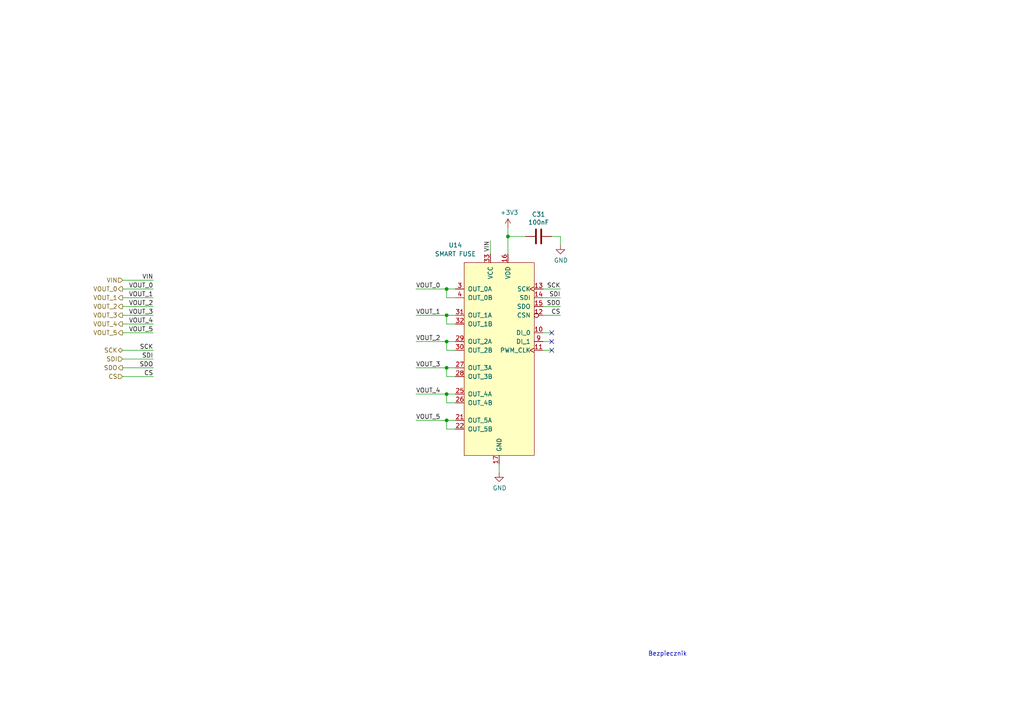
<source format=kicad_sch>
(kicad_sch (version 20211123) (generator eeschema)

  (uuid 0d678ff1-21aa-4e6f-ae06-abf24406f3c8)

  (paper "A4")

  (lib_symbols
    (symbol "Device:C" (pin_numbers hide) (pin_names (offset 0.254)) (in_bom yes) (on_board yes)
      (property "Reference" "C" (id 0) (at 0.635 2.54 0)
        (effects (font (size 1.27 1.27)) (justify left))
      )
      (property "Value" "C" (id 1) (at 0.635 -2.54 0)
        (effects (font (size 1.27 1.27)) (justify left))
      )
      (property "Footprint" "" (id 2) (at 0.9652 -3.81 0)
        (effects (font (size 1.27 1.27)) hide)
      )
      (property "Datasheet" "~" (id 3) (at 0 0 0)
        (effects (font (size 1.27 1.27)) hide)
      )
      (property "ki_keywords" "cap capacitor" (id 4) (at 0 0 0)
        (effects (font (size 1.27 1.27)) hide)
      )
      (property "ki_description" "Unpolarized capacitor" (id 5) (at 0 0 0)
        (effects (font (size 1.27 1.27)) hide)
      )
      (property "ki_fp_filters" "C_*" (id 6) (at 0 0 0)
        (effects (font (size 1.27 1.27)) hide)
      )
      (symbol "C_0_1"
        (polyline
          (pts
            (xy -2.032 -0.762)
            (xy 2.032 -0.762)
          )
          (stroke (width 0.508) (type default) (color 0 0 0 0))
          (fill (type none))
        )
        (polyline
          (pts
            (xy -2.032 0.762)
            (xy 2.032 0.762)
          )
          (stroke (width 0.508) (type default) (color 0 0 0 0))
          (fill (type none))
        )
      )
      (symbol "C_1_1"
        (pin passive line (at 0 3.81 270) (length 2.794)
          (name "~" (effects (font (size 1.27 1.27))))
          (number "1" (effects (font (size 1.27 1.27))))
        )
        (pin passive line (at 0 -3.81 90) (length 2.794)
          (name "~" (effects (font (size 1.27 1.27))))
          (number "2" (effects (font (size 1.27 1.27))))
        )
      )
    )
    (symbol "VN9D30Q100F:VN9D30Q100F" (pin_names (offset 1.016)) (in_bom yes) (on_board yes)
      (property "Reference" "U" (id 0) (at 10.16 3.81 0)
        (effects (font (size 1.27 1.27)))
      )
      (property "Value" "VN9D30Q100F" (id 1) (at 11.43 1.27 0)
        (effects (font (size 1.27 1.27)))
      )
      (property "Footprint" "VN9D30Q100F:QFN-32_EP_6x6_Pitch0.5mm" (id 2) (at 10.16 3.81 0)
        (effects (font (size 1.27 1.27)) hide)
      )
      (property "Datasheet" "https://www.st.com/resource/en/datasheet/vn9d30q100f.pdf" (id 3) (at 10.16 3.81 0)
        (effects (font (size 1.27 1.27)) hide)
      )
      (symbol "VN9D30Q100F_0_1"
        (rectangle (start -10.16 0) (end 10.16 -55.88)
          (stroke (width 0) (type default) (color 0 0 0 0))
          (fill (type background))
        )
      )
      (symbol "VN9D30Q100F_1_1"
        (pin input line (at 12.7 -20.32 180) (length 2.54)
          (name "DI_0" (effects (font (size 1.27 1.27))))
          (number "10" (effects (font (size 1.27 1.27))))
        )
        (pin input clock (at 12.7 -25.4 180) (length 2.54)
          (name "PWM_CLK" (effects (font (size 1.27 1.27))))
          (number "11" (effects (font (size 1.27 1.27))))
        )
        (pin input inverted (at 12.7 -15.24 180) (length 2.54)
          (name "CSN" (effects (font (size 1.27 1.27))))
          (number "12" (effects (font (size 1.27 1.27))))
        )
        (pin input clock (at 12.7 -7.62 180) (length 2.54)
          (name "SCK" (effects (font (size 1.27 1.27))))
          (number "13" (effects (font (size 1.27 1.27))))
        )
        (pin input line (at 12.7 -10.16 180) (length 2.54)
          (name "SDI" (effects (font (size 1.27 1.27))))
          (number "14" (effects (font (size 1.27 1.27))))
        )
        (pin output line (at 12.7 -12.7 180) (length 2.54)
          (name "SDO" (effects (font (size 1.27 1.27))))
          (number "15" (effects (font (size 1.27 1.27))))
        )
        (pin power_in line (at 2.54 2.54 270) (length 2.54)
          (name "VDD" (effects (font (size 1.27 1.27))))
          (number "16" (effects (font (size 1.27 1.27))))
        )
        (pin power_in line (at 0 -58.42 90) (length 2.54)
          (name "GND" (effects (font (size 1.27 1.27))))
          (number "17" (effects (font (size 1.27 1.27))))
        )
        (pin power_out line (at -12.7 -45.72 0) (length 2.54)
          (name "OUT_5A" (effects (font (size 1.27 1.27))))
          (number "21" (effects (font (size 1.27 1.27))))
        )
        (pin power_out line (at -12.7 -48.26 0) (length 2.54)
          (name "OUT_5B" (effects (font (size 1.27 1.27))))
          (number "22" (effects (font (size 1.27 1.27))))
        )
        (pin power_out line (at -12.7 -38.1 0) (length 2.54)
          (name "OUT_4A" (effects (font (size 1.27 1.27))))
          (number "25" (effects (font (size 1.27 1.27))))
        )
        (pin power_out line (at -12.7 -40.64 0) (length 2.54)
          (name "OUT_4B" (effects (font (size 1.27 1.27))))
          (number "26" (effects (font (size 1.27 1.27))))
        )
        (pin power_out line (at -12.7 -30.48 0) (length 2.54)
          (name "OUT_3A" (effects (font (size 1.27 1.27))))
          (number "27" (effects (font (size 1.27 1.27))))
        )
        (pin power_out line (at -12.7 -33.02 0) (length 2.54)
          (name "OUT_3B" (effects (font (size 1.27 1.27))))
          (number "28" (effects (font (size 1.27 1.27))))
        )
        (pin power_out line (at -12.7 -22.86 0) (length 2.54)
          (name "OUT_2A" (effects (font (size 1.27 1.27))))
          (number "29" (effects (font (size 1.27 1.27))))
        )
        (pin power_out line (at -12.7 -7.62 0) (length 2.54)
          (name "OUT_0A" (effects (font (size 1.27 1.27))))
          (number "3" (effects (font (size 1.27 1.27))))
        )
        (pin power_out line (at -12.7 -25.4 0) (length 2.54)
          (name "OUT_2B" (effects (font (size 1.27 1.27))))
          (number "30" (effects (font (size 1.27 1.27))))
        )
        (pin power_out line (at -12.7 -15.24 0) (length 2.54)
          (name "OUT_1A" (effects (font (size 1.27 1.27))))
          (number "31" (effects (font (size 1.27 1.27))))
        )
        (pin power_out line (at -12.7 -17.78 0) (length 2.54)
          (name "OUT_1B" (effects (font (size 1.27 1.27))))
          (number "32" (effects (font (size 1.27 1.27))))
        )
        (pin power_in line (at -2.54 2.54 270) (length 2.54)
          (name "VCC" (effects (font (size 1.27 1.27))))
          (number "33" (effects (font (size 1.27 1.27))))
        )
        (pin power_out line (at -12.7 -10.16 0) (length 2.54)
          (name "OUT_0B" (effects (font (size 1.27 1.27))))
          (number "4" (effects (font (size 1.27 1.27))))
        )
        (pin input line (at 12.7 -22.86 180) (length 2.54)
          (name "DI_1" (effects (font (size 1.27 1.27))))
          (number "9" (effects (font (size 1.27 1.27))))
        )
      )
    )
    (symbol "power:+3V3" (power) (pin_names (offset 0)) (in_bom yes) (on_board yes)
      (property "Reference" "#PWR" (id 0) (at 0 -3.81 0)
        (effects (font (size 1.27 1.27)) hide)
      )
      (property "Value" "+3V3" (id 1) (at 0 3.556 0)
        (effects (font (size 1.27 1.27)))
      )
      (property "Footprint" "" (id 2) (at 0 0 0)
        (effects (font (size 1.27 1.27)) hide)
      )
      (property "Datasheet" "" (id 3) (at 0 0 0)
        (effects (font (size 1.27 1.27)) hide)
      )
      (property "ki_keywords" "power-flag" (id 4) (at 0 0 0)
        (effects (font (size 1.27 1.27)) hide)
      )
      (property "ki_description" "Power symbol creates a global label with name \"+3V3\"" (id 5) (at 0 0 0)
        (effects (font (size 1.27 1.27)) hide)
      )
      (symbol "+3V3_0_1"
        (polyline
          (pts
            (xy -0.762 1.27)
            (xy 0 2.54)
          )
          (stroke (width 0) (type default) (color 0 0 0 0))
          (fill (type none))
        )
        (polyline
          (pts
            (xy 0 0)
            (xy 0 2.54)
          )
          (stroke (width 0) (type default) (color 0 0 0 0))
          (fill (type none))
        )
        (polyline
          (pts
            (xy 0 2.54)
            (xy 0.762 1.27)
          )
          (stroke (width 0) (type default) (color 0 0 0 0))
          (fill (type none))
        )
      )
      (symbol "+3V3_1_1"
        (pin power_in line (at 0 0 90) (length 0) hide
          (name "+3V3" (effects (font (size 1.27 1.27))))
          (number "1" (effects (font (size 1.27 1.27))))
        )
      )
    )
    (symbol "power:GND" (power) (pin_names (offset 0)) (in_bom yes) (on_board yes)
      (property "Reference" "#PWR" (id 0) (at 0 -6.35 0)
        (effects (font (size 1.27 1.27)) hide)
      )
      (property "Value" "GND" (id 1) (at 0 -3.81 0)
        (effects (font (size 1.27 1.27)))
      )
      (property "Footprint" "" (id 2) (at 0 0 0)
        (effects (font (size 1.27 1.27)) hide)
      )
      (property "Datasheet" "" (id 3) (at 0 0 0)
        (effects (font (size 1.27 1.27)) hide)
      )
      (property "ki_keywords" "power-flag" (id 4) (at 0 0 0)
        (effects (font (size 1.27 1.27)) hide)
      )
      (property "ki_description" "Power symbol creates a global label with name \"GND\" , ground" (id 5) (at 0 0 0)
        (effects (font (size 1.27 1.27)) hide)
      )
      (symbol "GND_0_1"
        (polyline
          (pts
            (xy 0 0)
            (xy 0 -1.27)
            (xy 1.27 -1.27)
            (xy 0 -2.54)
            (xy -1.27 -1.27)
            (xy 0 -1.27)
          )
          (stroke (width 0) (type default) (color 0 0 0 0))
          (fill (type none))
        )
      )
      (symbol "GND_1_1"
        (pin power_in line (at 0 0 270) (length 0) hide
          (name "GND" (effects (font (size 1.27 1.27))))
          (number "1" (effects (font (size 1.27 1.27))))
        )
      )
    )
  )

  (junction (at 129.54 91.44) (diameter 0) (color 0 0 0 0)
    (uuid 1d20c966-0439-42a1-b5e3-5e76b52f827f)
  )
  (junction (at 129.54 114.3) (diameter 0) (color 0 0 0 0)
    (uuid 663e5097-d637-4088-8d27-2d72ff835abc)
  )
  (junction (at 129.54 83.82) (diameter 0) (color 0 0 0 0)
    (uuid d32a1d0f-6a8f-45b4-822f-8b613131fd8a)
  )
  (junction (at 129.54 121.92) (diameter 0) (color 0 0 0 0)
    (uuid ec0137ed-9765-4dfb-9cee-4a1826ddb19d)
  )
  (junction (at 129.54 99.06) (diameter 0) (color 0 0 0 0)
    (uuid f56e10b5-909a-4bf7-b9bb-b5663dc8fff0)
  )
  (junction (at 147.32 68.58) (diameter 0) (color 0 0 0 0)
    (uuid fe578162-0e40-4028-9277-b80f8071e7b8)
  )
  (junction (at 129.54 106.68) (diameter 0) (color 0 0 0 0)
    (uuid fec2ae03-3539-4fc7-9da2-1b1336bf787c)
  )

  (no_connect (at 160.02 101.6) (uuid 01c54577-6862-4ca7-bb55-524c2e995aee))
  (no_connect (at 160.02 96.52) (uuid 77cfe682-cc36-4979-823b-05ea5f187ba7))
  (no_connect (at 160.02 99.06) (uuid a5dfaf18-d33f-45c4-b76f-2a5051ec9118))

  (wire (pts (xy 35.56 91.44) (xy 44.45 91.44))
    (stroke (width 0) (type default) (color 0 0 0 0))
    (uuid 0452da17-4ccf-4bdc-9fc3-b0a09600bd55)
  )
  (wire (pts (xy 129.54 121.92) (xy 132.08 121.92))
    (stroke (width 0) (type default) (color 0 0 0 0))
    (uuid 0ea0e524-3bbd-4f05-896d-54b702c204b2)
  )
  (wire (pts (xy 144.78 137.16) (xy 144.78 134.62))
    (stroke (width 0) (type default) (color 0 0 0 0))
    (uuid 12721b60-b423-4830-af94-c68b76872f05)
  )
  (wire (pts (xy 129.54 83.82) (xy 129.54 86.36))
    (stroke (width 0) (type default) (color 0 0 0 0))
    (uuid 2d916084-6196-4479-adf2-d8e271fa0c32)
  )
  (wire (pts (xy 35.56 106.68) (xy 44.45 106.68))
    (stroke (width 0) (type default) (color 0 0 0 0))
    (uuid 2dba072b-3aba-4c6e-8dad-0c854cc5ab37)
  )
  (wire (pts (xy 120.65 83.82) (xy 129.54 83.82))
    (stroke (width 0) (type default) (color 0 0 0 0))
    (uuid 2fe436e0-75bf-42a2-b14a-09df5c2be702)
  )
  (wire (pts (xy 129.54 116.84) (xy 129.54 114.3))
    (stroke (width 0) (type default) (color 0 0 0 0))
    (uuid 32f4eb0d-8b7c-4e0f-8b4a-904219172497)
  )
  (wire (pts (xy 157.48 91.44) (xy 162.56 91.44))
    (stroke (width 0) (type default) (color 0 0 0 0))
    (uuid 3aec5e23-e675-4bcf-9a9e-48cb59d51927)
  )
  (wire (pts (xy 160.02 68.58) (xy 162.56 68.58))
    (stroke (width 0) (type default) (color 0 0 0 0))
    (uuid 3d19e22b-2666-4e7d-825d-37a04ed07fa1)
  )
  (wire (pts (xy 162.56 68.58) (xy 162.56 71.12))
    (stroke (width 0) (type default) (color 0 0 0 0))
    (uuid 42012069-f136-4cdf-8386-a5e648d61587)
  )
  (wire (pts (xy 157.48 83.82) (xy 162.56 83.82))
    (stroke (width 0) (type default) (color 0 0 0 0))
    (uuid 42688fc6-3e24-4a56-9963-828da46dcdfb)
  )
  (wire (pts (xy 35.56 109.22) (xy 44.45 109.22))
    (stroke (width 0) (type default) (color 0 0 0 0))
    (uuid 42eea0a0-d889-4e4e-980c-c3b6b62767e5)
  )
  (wire (pts (xy 132.08 124.46) (xy 129.54 124.46))
    (stroke (width 0) (type default) (color 0 0 0 0))
    (uuid 47c4da32-a886-4a7a-86ef-2f3db3797d7d)
  )
  (wire (pts (xy 129.54 109.22) (xy 129.54 106.68))
    (stroke (width 0) (type default) (color 0 0 0 0))
    (uuid 4be2d863-39fc-49fd-99c7-77790b42f677)
  )
  (wire (pts (xy 147.32 68.58) (xy 147.32 73.66))
    (stroke (width 0) (type default) (color 0 0 0 0))
    (uuid 5d7cb436-106e-4464-b448-3b8bd128554c)
  )
  (wire (pts (xy 129.54 101.6) (xy 129.54 99.06))
    (stroke (width 0) (type default) (color 0 0 0 0))
    (uuid 6024ea82-89e7-47fa-a1cd-0f37ee126f02)
  )
  (wire (pts (xy 35.56 81.28) (xy 44.45 81.28))
    (stroke (width 0) (type default) (color 0 0 0 0))
    (uuid 62ab9051-fded-466c-9df1-9b40d76dc590)
  )
  (wire (pts (xy 120.65 99.06) (xy 129.54 99.06))
    (stroke (width 0) (type default) (color 0 0 0 0))
    (uuid 69675058-6b96-42da-8df5-92aaf6930be8)
  )
  (wire (pts (xy 132.08 93.98) (xy 129.54 93.98))
    (stroke (width 0) (type default) (color 0 0 0 0))
    (uuid 6afdccaa-d9c7-4949-88e8-e04bfdac5efc)
  )
  (wire (pts (xy 129.54 86.36) (xy 132.08 86.36))
    (stroke (width 0) (type default) (color 0 0 0 0))
    (uuid 70cf3e26-e279-4e61-a2f5-466ff5585d49)
  )
  (wire (pts (xy 132.08 101.6) (xy 129.54 101.6))
    (stroke (width 0) (type default) (color 0 0 0 0))
    (uuid 7c3fa13a-5250-4394-8d82-80430597df04)
  )
  (wire (pts (xy 35.56 101.6) (xy 44.45 101.6))
    (stroke (width 0) (type default) (color 0 0 0 0))
    (uuid 7fc6eda3-a41a-4ab9-935d-37e18cb30594)
  )
  (wire (pts (xy 35.56 88.9) (xy 44.45 88.9))
    (stroke (width 0) (type default) (color 0 0 0 0))
    (uuid 82bf2831-f69a-4cf1-ad28-e7c6c4e8c86f)
  )
  (wire (pts (xy 129.54 83.82) (xy 132.08 83.82))
    (stroke (width 0) (type default) (color 0 0 0 0))
    (uuid 8634edb8-50db-43d2-95bb-5918d2cd24cc)
  )
  (wire (pts (xy 129.54 114.3) (xy 132.08 114.3))
    (stroke (width 0) (type default) (color 0 0 0 0))
    (uuid 867dcf96-6334-4832-b3d2-cf7aefc9cce8)
  )
  (wire (pts (xy 160.02 99.06) (xy 157.48 99.06))
    (stroke (width 0) (type default) (color 0 0 0 0))
    (uuid 88fb8817-4ee2-4465-a9af-37fedc8b835b)
  )
  (wire (pts (xy 129.54 124.46) (xy 129.54 121.92))
    (stroke (width 0) (type default) (color 0 0 0 0))
    (uuid 8ac2bac7-c686-402e-9f05-089e132647d2)
  )
  (wire (pts (xy 147.32 68.58) (xy 152.4 68.58))
    (stroke (width 0) (type default) (color 0 0 0 0))
    (uuid 8d054a8d-7435-41ed-8832-6067aada259a)
  )
  (wire (pts (xy 35.56 86.36) (xy 44.45 86.36))
    (stroke (width 0) (type default) (color 0 0 0 0))
    (uuid a0e74fdd-2272-42b1-9d9a-65553efcd00a)
  )
  (wire (pts (xy 120.65 91.44) (xy 129.54 91.44))
    (stroke (width 0) (type default) (color 0 0 0 0))
    (uuid a2306fdc-d8f4-42ce-83f7-03c3d3fe62be)
  )
  (wire (pts (xy 35.56 96.52) (xy 44.45 96.52))
    (stroke (width 0) (type default) (color 0 0 0 0))
    (uuid a2f96f4e-d95d-4c20-90ff-804397e6e6ba)
  )
  (wire (pts (xy 132.08 116.84) (xy 129.54 116.84))
    (stroke (width 0) (type default) (color 0 0 0 0))
    (uuid a3d660d2-1195-4764-9c63-d090a7cbc79a)
  )
  (wire (pts (xy 35.56 93.98) (xy 44.45 93.98))
    (stroke (width 0) (type default) (color 0 0 0 0))
    (uuid a6347fea-87e1-4897-bfe2-729d24d2f085)
  )
  (wire (pts (xy 157.48 88.9) (xy 162.56 88.9))
    (stroke (width 0) (type default) (color 0 0 0 0))
    (uuid a6460cc6-b11c-4dff-a0ea-9de680e68ca8)
  )
  (wire (pts (xy 160.02 96.52) (xy 157.48 96.52))
    (stroke (width 0) (type default) (color 0 0 0 0))
    (uuid b2691466-e53b-4f43-806f-abeb762713f6)
  )
  (wire (pts (xy 129.54 99.06) (xy 132.08 99.06))
    (stroke (width 0) (type default) (color 0 0 0 0))
    (uuid bca69a58-3f8f-4ac5-9ef0-70bfa6c247ee)
  )
  (wire (pts (xy 120.65 106.68) (xy 129.54 106.68))
    (stroke (width 0) (type default) (color 0 0 0 0))
    (uuid bcd0d850-a20d-42e1-b97f-b14f9222717c)
  )
  (wire (pts (xy 120.65 114.3) (xy 129.54 114.3))
    (stroke (width 0) (type default) (color 0 0 0 0))
    (uuid bfcdffb4-9a75-4453-a5cf-48d0c88fa2a7)
  )
  (wire (pts (xy 157.48 86.36) (xy 162.56 86.36))
    (stroke (width 0) (type default) (color 0 0 0 0))
    (uuid c546008e-7661-419e-94b3-0bbb9fd14ec8)
  )
  (wire (pts (xy 147.32 66.04) (xy 147.32 68.58))
    (stroke (width 0) (type default) (color 0 0 0 0))
    (uuid ca9607c0-16b8-4085-880e-b87c3f210fd1)
  )
  (wire (pts (xy 129.54 93.98) (xy 129.54 91.44))
    (stroke (width 0) (type default) (color 0 0 0 0))
    (uuid d2683b99-bb18-4d41-a0c5-df26e16e4210)
  )
  (wire (pts (xy 129.54 106.68) (xy 132.08 106.68))
    (stroke (width 0) (type default) (color 0 0 0 0))
    (uuid e63748d3-3196-486f-8f95-bb4d9876653d)
  )
  (wire (pts (xy 35.56 83.82) (xy 44.45 83.82))
    (stroke (width 0) (type default) (color 0 0 0 0))
    (uuid f17daa22-500e-4b54-81a7-f5c3878a87d9)
  )
  (wire (pts (xy 129.54 91.44) (xy 132.08 91.44))
    (stroke (width 0) (type default) (color 0 0 0 0))
    (uuid f368b66f-c8a4-4ccf-b925-3f03c13bf28f)
  )
  (wire (pts (xy 120.65 121.92) (xy 129.54 121.92))
    (stroke (width 0) (type default) (color 0 0 0 0))
    (uuid f43f384e-6bcf-4d6c-ac65-2e849bdb75c5)
  )
  (wire (pts (xy 132.08 109.22) (xy 129.54 109.22))
    (stroke (width 0) (type default) (color 0 0 0 0))
    (uuid f4f6e269-d484-4c43-84cc-450e042e2e24)
  )
  (wire (pts (xy 160.02 101.6) (xy 157.48 101.6))
    (stroke (width 0) (type default) (color 0 0 0 0))
    (uuid f9570ec9-4338-4208-aee7-369a45a284f8)
  )
  (wire (pts (xy 35.56 104.14) (xy 44.45 104.14))
    (stroke (width 0) (type default) (color 0 0 0 0))
    (uuid fcb7a65f-f4cd-47e7-94e9-48c450d0d7f3)
  )
  (wire (pts (xy 142.24 69.85) (xy 142.24 73.66))
    (stroke (width 0) (type default) (color 0 0 0 0))
    (uuid ff163833-80b9-4bc7-baa1-aa11870ad397)
  )

  (text "Bezpiecznik" (at 187.96 190.5 0)
    (effects (font (size 1.27 1.27)) (justify left bottom))
    (uuid e7c8f673-e523-47ce-91b8-92cf1c7605ce)
  )

  (label "VOUT_0" (at 44.45 83.82 180)
    (effects (font (size 1.27 1.27)) (justify right bottom))
    (uuid 01657d30-6f8e-4bbd-a3dd-6a0742c69aca)
  )
  (label "VOUT_5" (at 44.45 96.52 180)
    (effects (font (size 1.27 1.27)) (justify right bottom))
    (uuid 0a83f85d-78ad-480a-a5ba-773caced8f09)
  )
  (label "VOUT_1" (at 120.65 91.44 0)
    (effects (font (size 1.27 1.27)) (justify left bottom))
    (uuid 172b515f-13aa-42a2-b6ac-db67c2e524e7)
  )
  (label "VIN" (at 142.24 69.85 270)
    (effects (font (size 1.27 1.27)) (justify right bottom))
    (uuid 200b738a-50e9-4f57-b197-9a6a0ae11af3)
  )
  (label "VOUT_4" (at 120.65 114.3 0)
    (effects (font (size 1.27 1.27)) (justify left bottom))
    (uuid 5bd90e77-727e-49e2-881e-09f4ce3768d4)
  )
  (label "VOUT_2" (at 120.65 99.06 0)
    (effects (font (size 1.27 1.27)) (justify left bottom))
    (uuid 66ee8aac-1ba7-441e-b772-397a32c7c475)
  )
  (label "SDO" (at 162.56 88.9 180)
    (effects (font (size 1.27 1.27)) (justify right bottom))
    (uuid 7195a7f5-2a0f-4cae-8649-2cc5cbdffe2b)
  )
  (label "VOUT_1" (at 44.45 86.36 180)
    (effects (font (size 1.27 1.27)) (justify right bottom))
    (uuid 72729c20-0465-4f8c-be80-3c22bb337ef7)
  )
  (label "SDO" (at 44.45 106.68 180)
    (effects (font (size 1.27 1.27)) (justify right bottom))
    (uuid 8afefa03-006b-4e40-b19e-6596c7cc472e)
  )
  (label "SCK" (at 44.45 101.6 180)
    (effects (font (size 1.27 1.27)) (justify right bottom))
    (uuid 9116f42f-8d27-4055-8fab-af8b6ed6959f)
  )
  (label "SDI" (at 162.56 86.36 180)
    (effects (font (size 1.27 1.27)) (justify right bottom))
    (uuid 920101e0-4dde-4453-ba02-4211cb357ea2)
  )
  (label "SCK" (at 162.56 83.82 180)
    (effects (font (size 1.27 1.27)) (justify right bottom))
    (uuid a12c94a5-1fd0-4cb6-9bfe-f7529f451405)
  )
  (label "VOUT_3" (at 120.65 106.68 0)
    (effects (font (size 1.27 1.27)) (justify left bottom))
    (uuid a5c35670-98af-44c6-a3f4-bbad7ffecfd3)
  )
  (label "VOUT_2" (at 44.45 88.9 180)
    (effects (font (size 1.27 1.27)) (justify right bottom))
    (uuid a5fcd820-f4f0-487d-8e2f-6defe7618982)
  )
  (label "CS" (at 44.45 109.22 180)
    (effects (font (size 1.27 1.27)) (justify right bottom))
    (uuid a6386af6-d744-458e-b19d-8fd97b5ad9f9)
  )
  (label "VOUT_5" (at 120.65 121.92 0)
    (effects (font (size 1.27 1.27)) (justify left bottom))
    (uuid af7ccd5a-4c05-4a49-a412-ca568e4c81d2)
  )
  (label "VOUT_3" (at 44.45 91.44 180)
    (effects (font (size 1.27 1.27)) (justify right bottom))
    (uuid bf67f245-1714-4d39-b76d-53f1523ab5f8)
  )
  (label "SDI" (at 44.45 104.14 180)
    (effects (font (size 1.27 1.27)) (justify right bottom))
    (uuid c14f4f41-991c-47f8-ba74-4a4e89170acf)
  )
  (label "VOUT_4" (at 44.45 93.98 180)
    (effects (font (size 1.27 1.27)) (justify right bottom))
    (uuid ccd45da3-3d73-496d-8f2e-5edf69377f63)
  )
  (label "VOUT_0" (at 120.65 83.82 0)
    (effects (font (size 1.27 1.27)) (justify left bottom))
    (uuid eb06cbed-9a37-40e7-bc33-37acd0ee650a)
  )
  (label "CS" (at 162.56 91.44 180)
    (effects (font (size 1.27 1.27)) (justify right bottom))
    (uuid f8fd3b2c-9550-4b51-be47-a8d9567c972f)
  )
  (label "VIN" (at 44.45 81.28 180)
    (effects (font (size 1.27 1.27)) (justify right bottom))
    (uuid fc80fa5b-8c07-4dda-8002-331dcafd556b)
  )

  (hierarchical_label "VIN" (shape input) (at 35.56 81.28 180)
    (effects (font (size 1.27 1.27)) (justify right))
    (uuid 01600802-66c5-45a2-be7f-4fa2327d845b)
  )
  (hierarchical_label "SDI" (shape input) (at 35.56 104.14 180)
    (effects (font (size 1.27 1.27)) (justify right))
    (uuid 1cd85cce-d94a-4a92-8af2-23d3a2b66793)
  )
  (hierarchical_label "VOUT_4" (shape output) (at 35.56 93.98 180)
    (effects (font (size 1.27 1.27)) (justify right))
    (uuid 3c5840eb-164e-426c-ab78-faa89624b9dc)
  )
  (hierarchical_label "VOUT_5" (shape output) (at 35.56 96.52 180)
    (effects (font (size 1.27 1.27)) (justify right))
    (uuid 43b7aab0-ec9b-4c58-bfa1-8dda8fccb53f)
  )
  (hierarchical_label "SCK" (shape bidirectional) (at 35.56 101.6 180)
    (effects (font (size 1.27 1.27)) (justify right))
    (uuid 5968c877-7376-4e25-b8db-5e755d570d06)
  )
  (hierarchical_label "VOUT_2" (shape output) (at 35.56 88.9 180)
    (effects (font (size 1.27 1.27)) (justify right))
    (uuid 67320774-1745-4c89-bec7-2213f7bb7ecc)
  )
  (hierarchical_label "VOUT_0" (shape output) (at 35.56 83.82 180)
    (effects (font (size 1.27 1.27)) (justify right))
    (uuid 911557e5-adec-4d13-9794-a18b325eb4ea)
  )
  (hierarchical_label "SDO" (shape output) (at 35.56 106.68 180)
    (effects (font (size 1.27 1.27)) (justify right))
    (uuid a26bc030-7d8a-4b19-aa84-9206cc0de2b0)
  )
  (hierarchical_label "VOUT_3" (shape output) (at 35.56 91.44 180)
    (effects (font (size 1.27 1.27)) (justify right))
    (uuid cab0d0a9-e089-4f0b-8483-22b4e0addcae)
  )
  (hierarchical_label "VOUT_1" (shape output) (at 35.56 86.36 180)
    (effects (font (size 1.27 1.27)) (justify right))
    (uuid d40ed1bf-6a69-492a-acf3-f71f1c7a81f2)
  )
  (hierarchical_label "CS" (shape input) (at 35.56 109.22 180)
    (effects (font (size 1.27 1.27)) (justify right))
    (uuid d66c8b0e-b6b3-43ea-8c6d-9724edcc57d6)
  )

  (symbol (lib_id "power:GND") (at 144.78 137.16 0)
    (in_bom yes) (on_board yes)
    (uuid 00000000-0000-0000-0000-000061970f0f)
    (property "Reference" "#PWR069" (id 0) (at 144.78 143.51 0)
      (effects (font (size 1.27 1.27)) hide)
    )
    (property "Value" "GND" (id 1) (at 144.907 141.5542 0))
    (property "Footprint" "" (id 2) (at 144.78 137.16 0)
      (effects (font (size 1.27 1.27)) hide)
    )
    (property "Datasheet" "" (id 3) (at 144.78 137.16 0)
      (effects (font (size 1.27 1.27)) hide)
    )
    (pin "1" (uuid 790d211b-3a79-49bb-bd8f-d854fc6be565))
  )

  (symbol (lib_id "Device:C") (at 156.21 68.58 270)
    (in_bom yes) (on_board yes)
    (uuid 00000000-0000-0000-0000-00006197c194)
    (property "Reference" "C31" (id 0) (at 156.21 62.1792 90))
    (property "Value" "100nF" (id 1) (at 156.21 64.4906 90))
    (property "Footprint" "Capacitor_SMD:C_0603_1608Metric" (id 2) (at 152.4 69.5452 0)
      (effects (font (size 1.27 1.27)) hide)
    )
    (property "Datasheet" "~" (id 3) (at 156.21 68.58 0)
      (effects (font (size 1.27 1.27)) hide)
    )
    (pin "1" (uuid 7b0b961a-3e6b-4623-bf19-750efd9c2a9c))
    (pin "2" (uuid 10fdb490-2337-4e70-81ed-d80b4fb6f839))
  )

  (symbol (lib_id "power:GND") (at 162.56 71.12 0)
    (in_bom yes) (on_board yes)
    (uuid 00000000-0000-0000-0000-000061aaba98)
    (property "Reference" "#PWR071" (id 0) (at 162.56 77.47 0)
      (effects (font (size 1.27 1.27)) hide)
    )
    (property "Value" "GND" (id 1) (at 162.687 75.5142 0))
    (property "Footprint" "" (id 2) (at 162.56 71.12 0)
      (effects (font (size 1.27 1.27)) hide)
    )
    (property "Datasheet" "" (id 3) (at 162.56 71.12 0)
      (effects (font (size 1.27 1.27)) hide)
    )
    (pin "1" (uuid 53face3d-645e-4072-a158-093850dfb8fb))
  )

  (symbol (lib_id "VN9D30Q100F:VN9D30Q100F") (at 144.78 76.2 0)
    (in_bom yes) (on_board yes)
    (uuid 00000000-0000-0000-0000-000061b9bfd9)
    (property "Reference" "U14" (id 0) (at 132.08 71.12 0))
    (property "Value" "SMART FUSE" (id 1) (at 132.08 73.66 0))
    (property "Footprint" "VN9D30Q100F:QFN-32_EP_6x6_Pitch0.5mm" (id 2) (at 154.94 72.39 0)
      (effects (font (size 1.27 1.27)) hide)
    )
    (property "Datasheet" "https://www.st.com/resource/en/datasheet/vn9d30q100f.pdf" (id 3) (at 154.94 72.39 0)
      (effects (font (size 1.27 1.27)) hide)
    )
    (pin "10" (uuid 32e00176-e4bc-4cd1-accd-67913c58c030))
    (pin "11" (uuid 950554b8-bca8-4ae7-88ea-57cab7da02c2))
    (pin "12" (uuid b3c88e87-850b-424d-b45d-75d95af9f7cd))
    (pin "13" (uuid 74ea47e5-2323-4c60-a37e-cfd4483935e5))
    (pin "14" (uuid ba22faec-8106-4b6d-a62c-76c557ab04fc))
    (pin "15" (uuid 8419f0ed-df64-4070-ac0b-d70c61902123))
    (pin "16" (uuid fe01f874-cf36-4d80-b650-18fa667cc443))
    (pin "17" (uuid e76ae9cb-31e0-4369-bfde-2780a5398f9c))
    (pin "21" (uuid 78486e6b-1e55-4355-86b6-022761a64ac1))
    (pin "22" (uuid 4cc798cd-24f6-4dfd-bb0b-ba37c1b90253))
    (pin "25" (uuid b11d267c-a5c5-453c-9856-87f181e943a9))
    (pin "26" (uuid bb4133b2-494b-4779-b3a6-3510f2675cb6))
    (pin "27" (uuid c945edfb-deae-46e3-b531-5dd85df5f74e))
    (pin "28" (uuid c7122664-6582-4b4b-bb5e-7030c7316659))
    (pin "29" (uuid f293dc68-b7fb-4aa2-b618-73729c25ff98))
    (pin "3" (uuid a71dcb28-687f-4ebb-8f7d-60fc197ba42e))
    (pin "30" (uuid d7bc51b0-ca81-4af9-be4e-474842d48943))
    (pin "31" (uuid 4a2e632e-58db-499e-a10b-8ddb8214cf4e))
    (pin "32" (uuid 6bffc1b7-f430-42e7-bebc-8a5de9bb0268))
    (pin "33" (uuid ebb46505-dc66-458b-98b2-1c9990fd39bc))
    (pin "4" (uuid b6f88960-81f1-4cbd-8692-6b3c4944b90e))
    (pin "9" (uuid d260e361-63cf-4dbd-a946-4b97a81f1f9a))
  )

  (symbol (lib_id "power:+3V3") (at 147.32 66.04 0)
    (in_bom yes) (on_board yes)
    (uuid 00000000-0000-0000-0000-0000622064ed)
    (property "Reference" "#PWR070" (id 0) (at 147.32 69.85 0)
      (effects (font (size 1.27 1.27)) hide)
    )
    (property "Value" "+3V3" (id 1) (at 147.701 61.6458 0))
    (property "Footprint" "" (id 2) (at 147.32 66.04 0)
      (effects (font (size 1.27 1.27)) hide)
    )
    (property "Datasheet" "" (id 3) (at 147.32 66.04 0)
      (effects (font (size 1.27 1.27)) hide)
    )
    (pin "1" (uuid 09a95aec-18d4-4c3a-a99f-ff4812fcae5b))
  )
)

</source>
